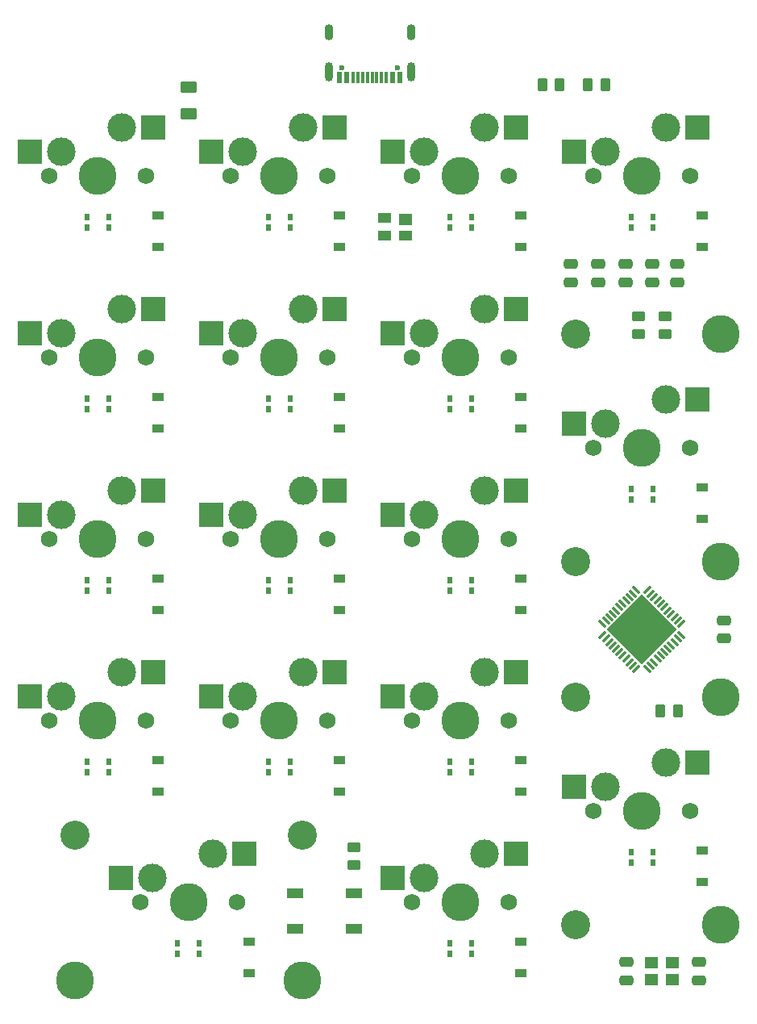
<source format=gbs>
G04 #@! TF.GenerationSoftware,KiCad,Pcbnew,(6.0.0)*
G04 #@! TF.CreationDate,2022-02-11T16:11:41+09:00*
G04 #@! TF.ProjectId,SkeletonNumPad,536b656c-6574-46f6-9e4e-756d5061642e,rev?*
G04 #@! TF.SameCoordinates,Original*
G04 #@! TF.FileFunction,Soldermask,Bot*
G04 #@! TF.FilePolarity,Negative*
%FSLAX46Y46*%
G04 Gerber Fmt 4.6, Leading zero omitted, Abs format (unit mm)*
G04 Created by KiCad (PCBNEW (6.0.0)) date 2022-02-11 16:11:41*
%MOMM*%
%LPD*%
G01*
G04 APERTURE LIST*
G04 Aperture macros list*
%AMRoundRect*
0 Rectangle with rounded corners*
0 $1 Rounding radius*
0 $2 $3 $4 $5 $6 $7 $8 $9 X,Y pos of 4 corners*
0 Add a 4 corners polygon primitive as box body*
4,1,4,$2,$3,$4,$5,$6,$7,$8,$9,$2,$3,0*
0 Add four circle primitives for the rounded corners*
1,1,$1+$1,$2,$3*
1,1,$1+$1,$4,$5*
1,1,$1+$1,$6,$7*
1,1,$1+$1,$8,$9*
0 Add four rect primitives between the rounded corners*
20,1,$1+$1,$2,$3,$4,$5,0*
20,1,$1+$1,$4,$5,$6,$7,0*
20,1,$1+$1,$6,$7,$8,$9,0*
20,1,$1+$1,$8,$9,$2,$3,0*%
%AMRotRect*
0 Rectangle, with rotation*
0 The origin of the aperture is its center*
0 $1 length*
0 $2 width*
0 $3 Rotation angle, in degrees counterclockwise*
0 Add horizontal line*
21,1,$1,$2,0,0,$3*%
G04 Aperture macros list end*
%ADD10C,0.600000*%
%ADD11R,0.600000X1.160000*%
%ADD12R,0.300000X1.160000*%
%ADD13O,0.900000X1.700000*%
%ADD14O,0.900000X2.000000*%
%ADD15R,1.200000X0.900000*%
%ADD16RoundRect,0.250000X-0.625000X0.375000X-0.625000X-0.375000X0.625000X-0.375000X0.625000X0.375000X0*%
%ADD17C,1.750000*%
%ADD18C,3.000000*%
%ADD19C,3.987800*%
%ADD20R,2.550000X2.500000*%
%ADD21R,0.500000X0.700000*%
%ADD22RoundRect,0.250000X0.475000X-0.250000X0.475000X0.250000X-0.475000X0.250000X-0.475000X-0.250000X0*%
%ADD23RoundRect,0.250000X-0.262500X-0.450000X0.262500X-0.450000X0.262500X0.450000X-0.262500X0.450000X0*%
%ADD24RoundRect,0.250000X-0.475000X0.250000X-0.475000X-0.250000X0.475000X-0.250000X0.475000X0.250000X0*%
%ADD25C,3.048000*%
%ADD26R,1.800000X1.100000*%
%ADD27RoundRect,0.250000X-0.450000X0.262500X-0.450000X-0.262500X0.450000X-0.262500X0.450000X0.262500X0*%
%ADD28R,1.400000X1.200000*%
%ADD29R,1.400000X1.000000*%
%ADD30RoundRect,0.062500X-0.291682X-0.380070X0.380070X0.291682X0.291682X0.380070X-0.380070X-0.291682X0*%
%ADD31RoundRect,0.062500X0.291682X-0.380070X0.380070X-0.291682X-0.291682X0.380070X-0.380070X0.291682X0*%
%ADD32RotRect,5.200000X5.200000X45.000000*%
%ADD33RoundRect,0.250000X0.450000X-0.262500X0.450000X0.262500X-0.450000X0.262500X-0.450000X-0.262500X0*%
G04 APERTURE END LIST*
D10*
X136240000Y-36265000D03*
X130460000Y-36265000D03*
D11*
X130150000Y-37325000D03*
X130950000Y-37325000D03*
D12*
X132100000Y-37325000D03*
X133100000Y-37325000D03*
X133600000Y-37325000D03*
X134600000Y-37325000D03*
D11*
X135750000Y-37325000D03*
X136550000Y-37325000D03*
X136550000Y-37325000D03*
X135750000Y-37325000D03*
D12*
X135100000Y-37325000D03*
X134100000Y-37325000D03*
X132600000Y-37325000D03*
X131600000Y-37325000D03*
D11*
X130950000Y-37325000D03*
X130150000Y-37325000D03*
D13*
X137670000Y-32575000D03*
D14*
X129030000Y-36745000D03*
X137670000Y-36745000D03*
D13*
X129030000Y-32575000D03*
D15*
X149220000Y-74110000D03*
X149220000Y-70810000D03*
D16*
X114350000Y-38370000D03*
X114350000Y-41170000D03*
D17*
X147955000Y-123825000D03*
D18*
X145415000Y-118745000D03*
X139065000Y-121285000D03*
D19*
X142875000Y-123825000D03*
D17*
X137795000Y-123825000D03*
D20*
X135790000Y-121285000D03*
X148717000Y-118745000D03*
D15*
X130170000Y-93160000D03*
X130170000Y-89860000D03*
X149220000Y-55060000D03*
X149220000Y-51760000D03*
D21*
X103631400Y-72100000D03*
X105918600Y-72100000D03*
X105918600Y-71000000D03*
X103631400Y-71000000D03*
D15*
X120645000Y-131260000D03*
X120645000Y-127960000D03*
D22*
X163057500Y-58800000D03*
X163057500Y-56900000D03*
D23*
X156250000Y-38100000D03*
X158075000Y-38100000D03*
D24*
X160347500Y-130140000D03*
X160347500Y-132040000D03*
D15*
X111120000Y-93160000D03*
X111120000Y-89860000D03*
D25*
X154940000Y-102362000D03*
D19*
X170180000Y-126238000D03*
D18*
X158115000Y-111760000D03*
D25*
X154940000Y-126238000D03*
D19*
X161925000Y-114300000D03*
D17*
X156845000Y-114300000D03*
X167005000Y-114300000D03*
D18*
X164465000Y-109220000D03*
D19*
X170180000Y-102362000D03*
D20*
X154840000Y-111760000D03*
X167767000Y-109220000D03*
D21*
X115443600Y-128150000D03*
X113156400Y-128150000D03*
X113156400Y-129250000D03*
X115443600Y-129250000D03*
D15*
X130170000Y-55060000D03*
X130170000Y-51760000D03*
D21*
X144018600Y-128150000D03*
X141731400Y-128150000D03*
X141731400Y-129250000D03*
X144018600Y-129250000D03*
D17*
X109855000Y-66675000D03*
D19*
X104775000Y-66675000D03*
D18*
X107315000Y-61595000D03*
X100965000Y-64135000D03*
D17*
X99695000Y-66675000D03*
D20*
X97690000Y-64135000D03*
X110617000Y-61595000D03*
D23*
X163870000Y-103822500D03*
X165695000Y-103822500D03*
D18*
X120015000Y-45085000D03*
D17*
X118745000Y-47625000D03*
D18*
X126365000Y-42545000D03*
D17*
X128905000Y-47625000D03*
D19*
X123825000Y-47625000D03*
D20*
X116740000Y-45085000D03*
X129667000Y-42545000D03*
D15*
X130170000Y-74110000D03*
X130170000Y-70810000D03*
D23*
X151487500Y-38100000D03*
X153312500Y-38100000D03*
D21*
X144018600Y-90050000D03*
X141731400Y-90050000D03*
X141731400Y-91150000D03*
X144018600Y-91150000D03*
D15*
X111120000Y-55060000D03*
X111120000Y-51760000D03*
D21*
X105918600Y-51950000D03*
X103631400Y-51950000D03*
X103631400Y-53050000D03*
X105918600Y-53050000D03*
D26*
X125487500Y-122927500D03*
X131687500Y-122927500D03*
X125487500Y-126627500D03*
X131687500Y-126627500D03*
D18*
X158115000Y-45085000D03*
D17*
X167005000Y-47625000D03*
D19*
X161925000Y-47625000D03*
D17*
X156845000Y-47625000D03*
D18*
X164465000Y-42545000D03*
D20*
X154840000Y-45085000D03*
X167767000Y-42545000D03*
D17*
X128905000Y-66675000D03*
D18*
X126365000Y-61595000D03*
X120015000Y-64135000D03*
D19*
X123825000Y-66675000D03*
D17*
X118745000Y-66675000D03*
D20*
X116740000Y-64135000D03*
X129667000Y-61595000D03*
D22*
X157342500Y-58800000D03*
X157342500Y-56900000D03*
D21*
X144018600Y-51950000D03*
X141731400Y-51950000D03*
X141731400Y-53050000D03*
X144018600Y-53050000D03*
D18*
X139065000Y-102235000D03*
D19*
X142875000Y-104775000D03*
D17*
X147955000Y-104775000D03*
X137795000Y-104775000D03*
D18*
X145415000Y-99695000D03*
D20*
X135790000Y-102235000D03*
X148717000Y-99695000D03*
D27*
X164390000Y-62417500D03*
X164390000Y-64242500D03*
D21*
X163068600Y-51950000D03*
X160781400Y-51950000D03*
X160781400Y-53050000D03*
X163068600Y-53050000D03*
D15*
X168270000Y-83635000D03*
X168270000Y-80335000D03*
D21*
X160781400Y-119725000D03*
X163068600Y-119725000D03*
X163068600Y-118625000D03*
X160781400Y-118625000D03*
D15*
X111120000Y-74110000D03*
X111120000Y-70810000D03*
X149220000Y-131260000D03*
X149220000Y-127960000D03*
D17*
X128905000Y-104775000D03*
D18*
X126365000Y-99695000D03*
D17*
X118745000Y-104775000D03*
D18*
X120015000Y-102235000D03*
D19*
X123825000Y-104775000D03*
D20*
X116740000Y-102235000D03*
X129667000Y-99695000D03*
D15*
X168270000Y-121735000D03*
X168270000Y-118435000D03*
D22*
X170540000Y-96200000D03*
X170540000Y-94300000D03*
D28*
X137110000Y-52200000D03*
D29*
X137110000Y-53920000D03*
X134910000Y-53920000D03*
X134910000Y-52020000D03*
D19*
X104775000Y-85725000D03*
D17*
X109855000Y-85725000D03*
D18*
X100965000Y-83185000D03*
D17*
X99695000Y-85725000D03*
D18*
X107315000Y-80645000D03*
D20*
X97690000Y-83185000D03*
X110617000Y-80645000D03*
D22*
X165646800Y-58800000D03*
X165646800Y-56900000D03*
D17*
X147955000Y-85725000D03*
D18*
X139065000Y-83185000D03*
D19*
X142875000Y-85725000D03*
D17*
X137795000Y-85725000D03*
D18*
X145415000Y-80645000D03*
D20*
X135790000Y-83185000D03*
X148717000Y-80645000D03*
D21*
X141731400Y-110200000D03*
X144018600Y-110200000D03*
X144018600Y-109100000D03*
X141731400Y-109100000D03*
D19*
X104775000Y-47625000D03*
D17*
X99695000Y-47625000D03*
D18*
X107315000Y-42545000D03*
D17*
X109855000Y-47625000D03*
D18*
X100965000Y-45085000D03*
D20*
X97690000Y-45085000D03*
X110617000Y-42545000D03*
D30*
X161332798Y-99377736D03*
X160979245Y-99024182D03*
X160625691Y-98670629D03*
X160272138Y-98317076D03*
X159918585Y-97963522D03*
X159565031Y-97609969D03*
X159211478Y-97256415D03*
X158857924Y-96902862D03*
X158504371Y-96549309D03*
X158150818Y-96195755D03*
X157797264Y-95842202D03*
D31*
X157797264Y-94657798D03*
X158150818Y-94304245D03*
X158504371Y-93950691D03*
X158857924Y-93597138D03*
X159211478Y-93243585D03*
X159565031Y-92890031D03*
X159918585Y-92536478D03*
X160272138Y-92182924D03*
X160625691Y-91829371D03*
X160979245Y-91475818D03*
X161332798Y-91122264D03*
D30*
X162517202Y-91122264D03*
X162870755Y-91475818D03*
X163224309Y-91829371D03*
X163577862Y-92182924D03*
X163931415Y-92536478D03*
X164284969Y-92890031D03*
X164638522Y-93243585D03*
X164992076Y-93597138D03*
X165345629Y-93950691D03*
X165699182Y-94304245D03*
X166052736Y-94657798D03*
D31*
X166052736Y-95842202D03*
X165699182Y-96195755D03*
X165345629Y-96549309D03*
X164992076Y-96902862D03*
X164638522Y-97256415D03*
X164284969Y-97609969D03*
X163931415Y-97963522D03*
X163577862Y-98317076D03*
X163224309Y-98670629D03*
X162870755Y-99024182D03*
X162517202Y-99377736D03*
D32*
X161925000Y-95250000D03*
D15*
X111120000Y-112210000D03*
X111120000Y-108910000D03*
D22*
X167967500Y-132040000D03*
X167967500Y-130140000D03*
D18*
X164465000Y-71120000D03*
D17*
X156845000Y-76200000D03*
D18*
X158115000Y-73660000D03*
D25*
X154940000Y-88138000D03*
D19*
X161925000Y-76200000D03*
X170180000Y-64262000D03*
D17*
X167005000Y-76200000D03*
D19*
X170180000Y-88138000D03*
D25*
X154940000Y-64262000D03*
D20*
X154840000Y-73660000D03*
X167767000Y-71120000D03*
D17*
X118745000Y-85725000D03*
X128905000Y-85725000D03*
D18*
X126365000Y-80645000D03*
X120015000Y-83185000D03*
D19*
X123825000Y-85725000D03*
D20*
X116740000Y-83185000D03*
X129667000Y-80645000D03*
D15*
X168270000Y-55060000D03*
X168270000Y-51760000D03*
D22*
X154485000Y-58800000D03*
X154485000Y-56900000D03*
D15*
X149220000Y-112210000D03*
X149220000Y-108910000D03*
D21*
X105918600Y-90050000D03*
X103631400Y-90050000D03*
X103631400Y-91150000D03*
X105918600Y-91150000D03*
D18*
X145415000Y-61595000D03*
X139065000Y-64135000D03*
D17*
X137795000Y-66675000D03*
D19*
X142875000Y-66675000D03*
D17*
X147955000Y-66675000D03*
D20*
X135790000Y-64135000D03*
X148717000Y-61595000D03*
D28*
X165110000Y-131940000D03*
X162910000Y-131940000D03*
X162910000Y-130240000D03*
X165110000Y-130240000D03*
D21*
X122681400Y-110200000D03*
X124968600Y-110200000D03*
X124968600Y-109100000D03*
X122681400Y-109100000D03*
D15*
X130170000Y-112210000D03*
X130170000Y-108910000D03*
D21*
X160781400Y-81625000D03*
X163068600Y-81625000D03*
X163068600Y-80525000D03*
X160781400Y-80525000D03*
D15*
X149220000Y-93160000D03*
X149220000Y-89860000D03*
D22*
X160200000Y-58800000D03*
X160200000Y-56900000D03*
D17*
X119380000Y-123825000D03*
D19*
X114300000Y-123825000D03*
D25*
X102362000Y-116840000D03*
D17*
X109220000Y-123825000D03*
D19*
X102362000Y-132080000D03*
X126238000Y-132080000D03*
D25*
X126238000Y-116840000D03*
D18*
X110490000Y-121285000D03*
X116840000Y-118745000D03*
D20*
X107215000Y-121285000D03*
X120142000Y-118745000D03*
D19*
X104775000Y-104775000D03*
D18*
X107315000Y-99695000D03*
D17*
X109855000Y-104775000D03*
X99695000Y-104775000D03*
D18*
X100965000Y-102235000D03*
D20*
X97690000Y-102235000D03*
X110617000Y-99695000D03*
D21*
X124968600Y-51950000D03*
X122681400Y-51950000D03*
X122681400Y-53050000D03*
X124968600Y-53050000D03*
D33*
X131720000Y-119922500D03*
X131720000Y-118097500D03*
D27*
X161610000Y-62417500D03*
X161610000Y-64242500D03*
D21*
X122681400Y-72100000D03*
X124968600Y-72100000D03*
X124968600Y-71000000D03*
X122681400Y-71000000D03*
D18*
X139065000Y-45085000D03*
D19*
X142875000Y-47625000D03*
D17*
X137795000Y-47625000D03*
D18*
X145415000Y-42545000D03*
D17*
X147955000Y-47625000D03*
D20*
X135790000Y-45085000D03*
X148717000Y-42545000D03*
D21*
X103631400Y-110200000D03*
X105918600Y-110200000D03*
X105918600Y-109100000D03*
X103631400Y-109100000D03*
X124968600Y-90050000D03*
X122681400Y-90050000D03*
X122681400Y-91150000D03*
X124968600Y-91150000D03*
X141731400Y-72100000D03*
X144018600Y-72100000D03*
X144018600Y-71000000D03*
X141731400Y-71000000D03*
M02*

</source>
